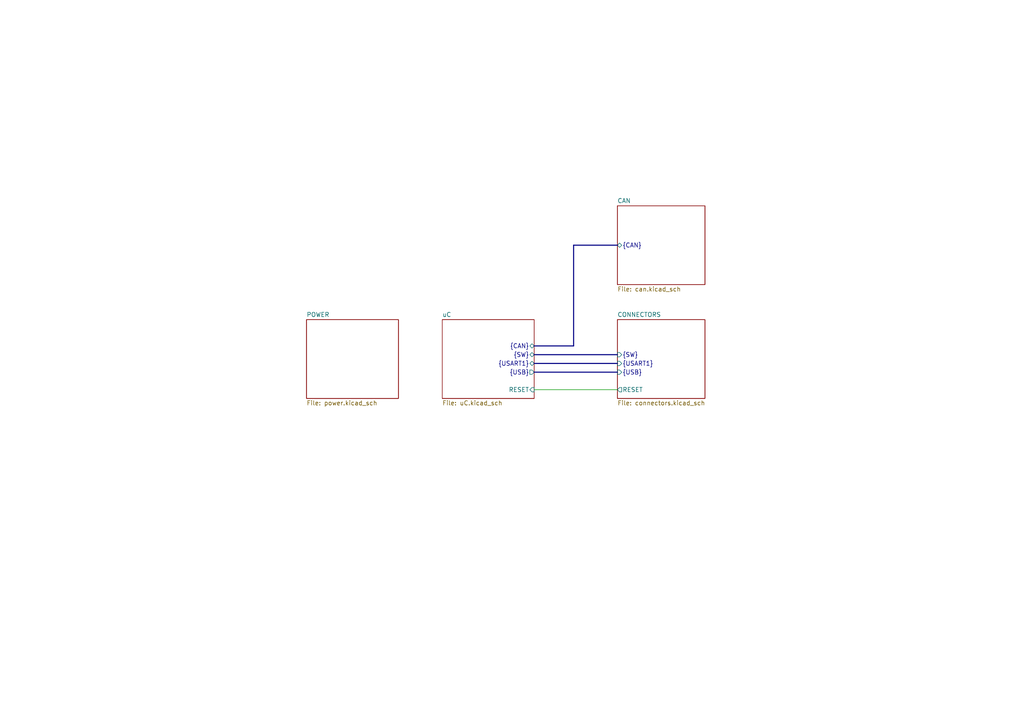
<source format=kicad_sch>
(kicad_sch
	(version 20250114)
	(generator "eeschema")
	(generator_version "9.0")
	(uuid "b652b05a-4e3d-4ad1-b032-18886abe7d45")
	(paper "A4")
	(title_block
		(title "STEERING WHEEL")
		(date "06-09-2025")
		(rev "${REVISION}")
		(company "Author: MICHAŁ BŁOTNIAK")
		(comment 1 "Reviewer:")
	)
	(lib_symbols)
	(bus
		(pts
			(xy 154.94 100.33) (xy 166.37 100.33)
		)
		(stroke
			(width 0)
			(type default)
		)
		(uuid "02b711e3-b9a0-4255-bc46-58a87aae60cf")
	)
	(bus
		(pts
			(xy 154.94 105.41) (xy 179.07 105.41)
		)
		(stroke
			(width 0)
			(type default)
		)
		(uuid "2935c46d-aeca-4376-84a4-26609a0e6287")
	)
	(bus
		(pts
			(xy 154.94 107.95) (xy 179.07 107.95)
		)
		(stroke
			(width 0)
			(type default)
		)
		(uuid "2e2b000b-64e5-4ec7-a1c9-ff41ec807eff")
	)
	(bus
		(pts
			(xy 154.94 102.87) (xy 179.07 102.87)
		)
		(stroke
			(width 0)
			(type default)
		)
		(uuid "48390b41-7e4a-4649-8a70-ab58069372c1")
	)
	(bus
		(pts
			(xy 166.37 100.33) (xy 166.37 71.12)
		)
		(stroke
			(width 0)
			(type default)
		)
		(uuid "b202d547-d7dc-4ebc-b906-828ab9b17c70")
	)
	(wire
		(pts
			(xy 154.94 113.03) (xy 179.07 113.03)
		)
		(stroke
			(width 0)
			(type default)
		)
		(uuid "dfe7c396-a7d1-4d92-b15a-df829aef0d10")
	)
	(bus
		(pts
			(xy 166.37 71.12) (xy 179.07 71.12)
		)
		(stroke
			(width 0)
			(type default)
		)
		(uuid "f85dee15-cc88-40b7-a61b-96ab424320a9")
	)
	(sheet
		(at 179.07 59.69)
		(size 25.4 22.86)
		(exclude_from_sim no)
		(in_bom yes)
		(on_board yes)
		(dnp no)
		(fields_autoplaced yes)
		(stroke
			(width 0.1524)
			(type solid)
		)
		(fill
			(color 0 0 0 0.0000)
		)
		(uuid "21c363b1-114f-4e2e-b75f-7883373523cf")
		(property "Sheetname" "CAN"
			(at 179.07 58.9784 0)
			(effects
				(font
					(size 1.27 1.27)
				)
				(justify left bottom)
			)
		)
		(property "Sheetfile" "can.kicad_sch"
			(at 179.07 83.1346 0)
			(effects
				(font
					(size 1.27 1.27)
				)
				(justify left top)
			)
		)
		(pin "{CAN}" bidirectional
			(at 179.07 71.12 180)
			(uuid "af5a0e7b-1bd3-46b5-b298-ea4f666e353e")
			(effects
				(font
					(size 1.27 1.27)
				)
				(justify left)
			)
		)
		(instances
			(project "PUTM_EV_STEERING_WHEEL_2026"
				(path "/b652b05a-4e3d-4ad1-b032-18886abe7d45"
					(page "5")
				)
			)
		)
	)
	(sheet
		(at 88.9 92.71)
		(size 26.67 22.86)
		(exclude_from_sim no)
		(in_bom yes)
		(on_board yes)
		(dnp no)
		(fields_autoplaced yes)
		(stroke
			(width 0.1524)
			(type solid)
		)
		(fill
			(color 0 0 0 0.0000)
		)
		(uuid "7a417edd-3d72-41ec-bf45-4de1f0f83073")
		(property "Sheetname" "POWER"
			(at 88.9 91.9984 0)
			(effects
				(font
					(size 1.27 1.27)
				)
				(justify left bottom)
			)
		)
		(property "Sheetfile" "power.kicad_sch"
			(at 88.9 116.1546 0)
			(effects
				(font
					(size 1.27 1.27)
				)
				(justify left top)
			)
		)
		(instances
			(project "PUTM_EV_STEERING_WHEEL_2026"
				(path "/b652b05a-4e3d-4ad1-b032-18886abe7d45"
					(page "3")
				)
			)
		)
	)
	(sheet
		(at 128.27 92.71)
		(size 26.67 22.86)
		(exclude_from_sim no)
		(in_bom yes)
		(on_board yes)
		(dnp no)
		(fields_autoplaced yes)
		(stroke
			(width 0.1524)
			(type solid)
		)
		(fill
			(color 0 0 0 0.0000)
		)
		(uuid "9ccf76c3-3be5-4f8e-9f6b-1c783a0bd77f")
		(property "Sheetname" "uC"
			(at 128.27 91.9984 0)
			(effects
				(font
					(size 1.27 1.27)
				)
				(justify left bottom)
			)
		)
		(property "Sheetfile" "uC.kicad_sch"
			(at 128.27 116.1546 0)
			(effects
				(font
					(size 1.27 1.27)
				)
				(justify left top)
			)
		)
		(pin "RESET" input
			(at 154.94 113.03 0)
			(uuid "9a9d5579-328d-4a34-8287-d932d555b28c")
			(effects
				(font
					(size 1.27 1.27)
				)
				(justify right)
			)
		)
		(pin "{CAN}" bidirectional
			(at 154.94 100.33 0)
			(uuid "c8088fcc-7721-4523-a428-48e49816edb6")
			(effects
				(font
					(size 1.27 1.27)
				)
				(justify right)
			)
		)
		(pin "{SW}" bidirectional
			(at 154.94 102.87 0)
			(uuid "55f4009d-6509-48ab-99bf-460b4ec60278")
			(effects
				(font
					(size 1.27 1.27)
				)
				(justify right)
			)
		)
		(pin "{USB}" output
			(at 154.94 107.95 0)
			(uuid "f11585c3-1102-45b7-a34c-7097be692301")
			(effects
				(font
					(size 1.27 1.27)
				)
				(justify right)
			)
		)
		(pin "{USART1}" bidirectional
			(at 154.94 105.41 0)
			(uuid "8d2edddf-4093-4468-becf-11c94c5c403c")
			(effects
				(font
					(size 1.27 1.27)
				)
				(justify right)
			)
		)
		(instances
			(project "PUTM_EV_STEERING_WHEEL_2026"
				(path "/b652b05a-4e3d-4ad1-b032-18886abe7d45"
					(page "2")
				)
			)
		)
	)
	(sheet
		(at 179.07 92.71)
		(size 25.4 22.86)
		(exclude_from_sim no)
		(in_bom yes)
		(on_board yes)
		(dnp no)
		(fields_autoplaced yes)
		(stroke
			(width 0.1524)
			(type solid)
		)
		(fill
			(color 0 0 0 0.0000)
		)
		(uuid "9d4ab6ec-dbbc-4242-90ed-27aa66b4b444")
		(property "Sheetname" "CONNECTORS"
			(at 179.07 91.9984 0)
			(effects
				(font
					(size 1.27 1.27)
				)
				(justify left bottom)
			)
		)
		(property "Sheetfile" "connectors.kicad_sch"
			(at 179.07 116.1546 0)
			(effects
				(font
					(size 1.27 1.27)
				)
				(justify left top)
			)
		)
		(pin "RESET" output
			(at 179.07 113.03 180)
			(uuid "0e9df7e5-3dc8-4cdc-a8a8-a86d97fbe933")
			(effects
				(font
					(size 1.27 1.27)
				)
				(justify left)
			)
		)
		(pin "{SW}" input
			(at 179.07 102.87 180)
			(uuid "e1cc94ce-d41c-43e5-a784-73266df5c660")
			(effects
				(font
					(size 1.27 1.27)
				)
				(justify left)
			)
		)
		(pin "{USART1}" input
			(at 179.07 105.41 180)
			(uuid "b2de280d-d3bc-4a55-b9ea-aa69e25ba7eb")
			(effects
				(font
					(size 1.27 1.27)
				)
				(justify left)
			)
		)
		(pin "{USB}" input
			(at 179.07 107.95 180)
			(uuid "5d328fcf-4a85-4cee-b1f5-c9f9282826ae")
			(effects
				(font
					(size 1.27 1.27)
				)
				(justify left)
			)
		)
		(instances
			(project "PUTM_EV_STEERING_WHEEL_2026"
				(path "/b652b05a-4e3d-4ad1-b032-18886abe7d45"
					(page "4")
				)
			)
		)
	)
	(sheet_instances
		(path "/"
			(page "1")
		)
	)
	(embedded_fonts no)
)

</source>
